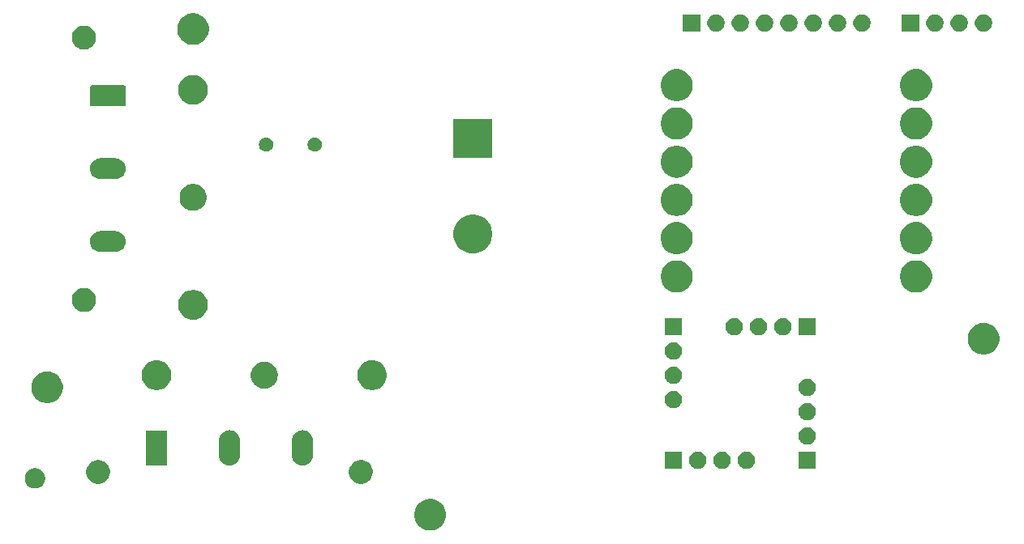
<source format=gbr>
G04 #@! TF.GenerationSoftware,KiCad,Pcbnew,5.1.5*
G04 #@! TF.CreationDate,2020-04-03T19:56:18-07:00*
G04 #@! TF.ProjectId,EEP_2,4545505f-322e-46b6-9963-61645f706362,rev?*
G04 #@! TF.SameCoordinates,Original*
G04 #@! TF.FileFunction,Soldermask,Bot*
G04 #@! TF.FilePolarity,Negative*
%FSLAX46Y46*%
G04 Gerber Fmt 4.6, Leading zero omitted, Abs format (unit mm)*
G04 Created by KiCad (PCBNEW 5.1.5) date 2020-04-03 19:56:18*
%MOMM*%
%LPD*%
G04 APERTURE LIST*
%ADD10C,0.100000*%
G04 APERTURE END LIST*
D10*
G36*
X61970256Y-100626298D02*
G01*
X62076579Y-100647447D01*
X62377042Y-100771903D01*
X62647451Y-100952585D01*
X62877415Y-101182549D01*
X63058097Y-101452958D01*
X63182553Y-101753421D01*
X63246000Y-102072391D01*
X63246000Y-102397609D01*
X63182553Y-102716579D01*
X63058097Y-103017042D01*
X62877415Y-103287451D01*
X62647451Y-103517415D01*
X62377042Y-103698097D01*
X62076579Y-103822553D01*
X61970256Y-103843702D01*
X61757611Y-103886000D01*
X61432389Y-103886000D01*
X61219744Y-103843702D01*
X61113421Y-103822553D01*
X60812958Y-103698097D01*
X60542549Y-103517415D01*
X60312585Y-103287451D01*
X60131903Y-103017042D01*
X60007447Y-102716579D01*
X59944000Y-102397609D01*
X59944000Y-102072391D01*
X60007447Y-101753421D01*
X60131903Y-101452958D01*
X60312585Y-101182549D01*
X60542549Y-100952585D01*
X60812958Y-100771903D01*
X61113421Y-100647447D01*
X61219744Y-100626298D01*
X61432389Y-100584000D01*
X61757611Y-100584000D01*
X61970256Y-100626298D01*
G37*
G36*
X20626564Y-97414389D02*
G01*
X20817833Y-97493615D01*
X20817835Y-97493616D01*
X20989973Y-97608635D01*
X21136365Y-97755027D01*
X21251385Y-97927167D01*
X21330611Y-98118436D01*
X21371000Y-98321484D01*
X21371000Y-98528516D01*
X21330611Y-98731564D01*
X21251385Y-98922833D01*
X21251384Y-98922835D01*
X21136365Y-99094973D01*
X20989973Y-99241365D01*
X20817835Y-99356384D01*
X20817834Y-99356385D01*
X20817833Y-99356385D01*
X20626564Y-99435611D01*
X20423516Y-99476000D01*
X20216484Y-99476000D01*
X20013436Y-99435611D01*
X19822167Y-99356385D01*
X19822166Y-99356385D01*
X19822165Y-99356384D01*
X19650027Y-99241365D01*
X19503635Y-99094973D01*
X19388616Y-98922835D01*
X19388615Y-98922833D01*
X19309389Y-98731564D01*
X19269000Y-98528516D01*
X19269000Y-98321484D01*
X19309389Y-98118436D01*
X19388615Y-97927167D01*
X19503635Y-97755027D01*
X19650027Y-97608635D01*
X19822165Y-97493616D01*
X19822167Y-97493615D01*
X20013436Y-97414389D01*
X20216484Y-97374000D01*
X20423516Y-97374000D01*
X20626564Y-97414389D01*
G37*
G36*
X27284903Y-96547075D02*
G01*
X27448025Y-96614642D01*
X27512571Y-96641378D01*
X27717466Y-96778285D01*
X27891715Y-96952534D01*
X28028622Y-97157429D01*
X28028623Y-97157431D01*
X28122925Y-97385097D01*
X28167390Y-97608635D01*
X28171000Y-97626787D01*
X28171000Y-97873213D01*
X28122925Y-98114903D01*
X28028622Y-98342571D01*
X27891715Y-98547466D01*
X27717466Y-98721715D01*
X27512571Y-98858622D01*
X27512570Y-98858623D01*
X27512569Y-98858623D01*
X27284903Y-98952925D01*
X27043214Y-99001000D01*
X26796786Y-99001000D01*
X26555097Y-98952925D01*
X26327431Y-98858623D01*
X26327430Y-98858623D01*
X26327429Y-98858622D01*
X26122534Y-98721715D01*
X25948285Y-98547466D01*
X25811378Y-98342571D01*
X25717075Y-98114903D01*
X25669000Y-97873213D01*
X25669000Y-97626787D01*
X25672611Y-97608635D01*
X25717075Y-97385097D01*
X25811377Y-97157431D01*
X25811378Y-97157429D01*
X25948285Y-96952534D01*
X26122534Y-96778285D01*
X26327429Y-96641378D01*
X26391976Y-96614642D01*
X26555097Y-96547075D01*
X26796786Y-96499000D01*
X27043214Y-96499000D01*
X27284903Y-96547075D01*
G37*
G36*
X54724903Y-96547075D02*
G01*
X54888025Y-96614642D01*
X54952571Y-96641378D01*
X55157466Y-96778285D01*
X55331715Y-96952534D01*
X55468622Y-97157429D01*
X55468623Y-97157431D01*
X55562925Y-97385097D01*
X55607390Y-97608635D01*
X55611000Y-97626787D01*
X55611000Y-97873213D01*
X55562925Y-98114903D01*
X55468622Y-98342571D01*
X55331715Y-98547466D01*
X55157466Y-98721715D01*
X54952571Y-98858622D01*
X54952570Y-98858623D01*
X54952569Y-98858623D01*
X54724903Y-98952925D01*
X54483214Y-99001000D01*
X54236786Y-99001000D01*
X53995097Y-98952925D01*
X53767431Y-98858623D01*
X53767430Y-98858623D01*
X53767429Y-98858622D01*
X53562534Y-98721715D01*
X53388285Y-98547466D01*
X53251378Y-98342571D01*
X53157075Y-98114903D01*
X53109000Y-97873213D01*
X53109000Y-97626787D01*
X53112611Y-97608635D01*
X53157075Y-97385097D01*
X53251377Y-97157431D01*
X53251378Y-97157429D01*
X53388285Y-96952534D01*
X53562534Y-96778285D01*
X53767429Y-96641378D01*
X53831976Y-96614642D01*
X53995097Y-96547075D01*
X54236786Y-96499000D01*
X54483214Y-96499000D01*
X54724903Y-96547075D01*
G37*
G36*
X89648512Y-95623927D02*
G01*
X89797812Y-95653624D01*
X89961784Y-95721544D01*
X90109354Y-95820147D01*
X90234853Y-95945646D01*
X90333456Y-96093216D01*
X90401376Y-96257188D01*
X90431073Y-96406488D01*
X90436000Y-96431258D01*
X90436000Y-96608742D01*
X90434826Y-96614642D01*
X90401376Y-96782812D01*
X90333456Y-96946784D01*
X90234853Y-97094354D01*
X90109354Y-97219853D01*
X89961784Y-97318456D01*
X89797812Y-97386376D01*
X89648512Y-97416073D01*
X89623742Y-97421000D01*
X89446258Y-97421000D01*
X89421488Y-97416073D01*
X89272188Y-97386376D01*
X89108216Y-97318456D01*
X88960646Y-97219853D01*
X88835147Y-97094354D01*
X88736544Y-96946784D01*
X88668624Y-96782812D01*
X88635174Y-96614642D01*
X88634000Y-96608742D01*
X88634000Y-96431258D01*
X88638927Y-96406488D01*
X88668624Y-96257188D01*
X88736544Y-96093216D01*
X88835147Y-95945646D01*
X88960646Y-95820147D01*
X89108216Y-95721544D01*
X89272188Y-95653624D01*
X89421488Y-95623927D01*
X89446258Y-95619000D01*
X89623742Y-95619000D01*
X89648512Y-95623927D01*
G37*
G36*
X92188512Y-95623927D02*
G01*
X92337812Y-95653624D01*
X92501784Y-95721544D01*
X92649354Y-95820147D01*
X92774853Y-95945646D01*
X92873456Y-96093216D01*
X92941376Y-96257188D01*
X92971073Y-96406488D01*
X92976000Y-96431258D01*
X92976000Y-96608742D01*
X92974826Y-96614642D01*
X92941376Y-96782812D01*
X92873456Y-96946784D01*
X92774853Y-97094354D01*
X92649354Y-97219853D01*
X92501784Y-97318456D01*
X92337812Y-97386376D01*
X92188512Y-97416073D01*
X92163742Y-97421000D01*
X91986258Y-97421000D01*
X91961488Y-97416073D01*
X91812188Y-97386376D01*
X91648216Y-97318456D01*
X91500646Y-97219853D01*
X91375147Y-97094354D01*
X91276544Y-96946784D01*
X91208624Y-96782812D01*
X91175174Y-96614642D01*
X91174000Y-96608742D01*
X91174000Y-96431258D01*
X91178927Y-96406488D01*
X91208624Y-96257188D01*
X91276544Y-96093216D01*
X91375147Y-95945646D01*
X91500646Y-95820147D01*
X91648216Y-95721544D01*
X91812188Y-95653624D01*
X91961488Y-95623927D01*
X91986258Y-95619000D01*
X92163742Y-95619000D01*
X92188512Y-95623927D01*
G37*
G36*
X94728512Y-95623927D02*
G01*
X94877812Y-95653624D01*
X95041784Y-95721544D01*
X95189354Y-95820147D01*
X95314853Y-95945646D01*
X95413456Y-96093216D01*
X95481376Y-96257188D01*
X95511073Y-96406488D01*
X95516000Y-96431258D01*
X95516000Y-96608742D01*
X95514826Y-96614642D01*
X95481376Y-96782812D01*
X95413456Y-96946784D01*
X95314853Y-97094354D01*
X95189354Y-97219853D01*
X95041784Y-97318456D01*
X94877812Y-97386376D01*
X94728512Y-97416073D01*
X94703742Y-97421000D01*
X94526258Y-97421000D01*
X94501488Y-97416073D01*
X94352188Y-97386376D01*
X94188216Y-97318456D01*
X94040646Y-97219853D01*
X93915147Y-97094354D01*
X93816544Y-96946784D01*
X93748624Y-96782812D01*
X93715174Y-96614642D01*
X93714000Y-96608742D01*
X93714000Y-96431258D01*
X93718927Y-96406488D01*
X93748624Y-96257188D01*
X93816544Y-96093216D01*
X93915147Y-95945646D01*
X94040646Y-95820147D01*
X94188216Y-95721544D01*
X94352188Y-95653624D01*
X94501488Y-95623927D01*
X94526258Y-95619000D01*
X94703742Y-95619000D01*
X94728512Y-95623927D01*
G37*
G36*
X101866000Y-97421000D02*
G01*
X100064000Y-97421000D01*
X100064000Y-95619000D01*
X101866000Y-95619000D01*
X101866000Y-97421000D01*
G37*
G36*
X87896000Y-97421000D02*
G01*
X86094000Y-97421000D01*
X86094000Y-95619000D01*
X87896000Y-95619000D01*
X87896000Y-97421000D01*
G37*
G36*
X48475831Y-93414930D02*
G01*
X48683375Y-93477888D01*
X48838538Y-93560825D01*
X48874642Y-93580123D01*
X48911048Y-93610001D01*
X49042292Y-93717708D01*
X49179878Y-93885359D01*
X49282112Y-94076624D01*
X49345070Y-94284168D01*
X49361000Y-94445911D01*
X49361000Y-96054089D01*
X49345070Y-96215832D01*
X49282112Y-96423376D01*
X49179878Y-96614641D01*
X49042292Y-96782292D01*
X48874641Y-96919878D01*
X48683376Y-97022112D01*
X48475832Y-97085070D01*
X48260000Y-97106327D01*
X48044169Y-97085070D01*
X47836625Y-97022112D01*
X47645360Y-96919878D01*
X47477709Y-96782292D01*
X47340123Y-96614641D01*
X47237887Y-96423373D01*
X47174930Y-96215835D01*
X47159000Y-96054089D01*
X47159000Y-94445912D01*
X47174930Y-94284169D01*
X47237888Y-94076625D01*
X47340122Y-93885360D01*
X47340123Y-93885358D01*
X47375963Y-93841687D01*
X47477708Y-93717708D01*
X47645359Y-93580122D01*
X47836624Y-93477888D01*
X48044168Y-93414930D01*
X48260000Y-93393673D01*
X48475831Y-93414930D01*
G37*
G36*
X40855831Y-93414930D02*
G01*
X41063375Y-93477888D01*
X41218538Y-93560825D01*
X41254642Y-93580123D01*
X41291048Y-93610001D01*
X41422292Y-93717708D01*
X41559878Y-93885359D01*
X41662112Y-94076624D01*
X41725070Y-94284168D01*
X41741000Y-94445911D01*
X41741000Y-96054089D01*
X41725070Y-96215832D01*
X41662112Y-96423376D01*
X41559878Y-96614641D01*
X41422292Y-96782292D01*
X41254641Y-96919878D01*
X41063376Y-97022112D01*
X40855832Y-97085070D01*
X40640000Y-97106327D01*
X40424169Y-97085070D01*
X40216625Y-97022112D01*
X40025360Y-96919878D01*
X39857709Y-96782292D01*
X39720123Y-96614641D01*
X39617887Y-96423373D01*
X39554930Y-96215835D01*
X39539000Y-96054089D01*
X39539000Y-94445912D01*
X39554930Y-94284169D01*
X39617888Y-94076625D01*
X39720122Y-93885360D01*
X39720123Y-93885358D01*
X39755963Y-93841687D01*
X39857708Y-93717708D01*
X40025359Y-93580122D01*
X40216624Y-93477888D01*
X40424168Y-93414930D01*
X40640000Y-93393673D01*
X40855831Y-93414930D01*
G37*
G36*
X33986536Y-93402800D02*
G01*
X34017738Y-93412265D01*
X34046486Y-93427631D01*
X34071687Y-93448313D01*
X34092369Y-93473514D01*
X34107735Y-93502262D01*
X34117200Y-93533464D01*
X34121000Y-93572046D01*
X34121000Y-96927954D01*
X34117200Y-96966536D01*
X34107735Y-96997738D01*
X34092369Y-97026486D01*
X34071687Y-97051687D01*
X34046486Y-97072369D01*
X34017738Y-97087735D01*
X33986536Y-97097200D01*
X33947954Y-97101000D01*
X32092046Y-97101000D01*
X32053464Y-97097200D01*
X32022262Y-97087735D01*
X31993514Y-97072369D01*
X31968313Y-97051687D01*
X31947631Y-97026486D01*
X31932265Y-96997738D01*
X31922800Y-96966536D01*
X31919000Y-96927954D01*
X31919000Y-93572046D01*
X31922800Y-93533464D01*
X31932265Y-93502262D01*
X31947631Y-93473514D01*
X31968313Y-93448313D01*
X31993514Y-93427631D01*
X32022262Y-93412265D01*
X32053464Y-93402800D01*
X32092046Y-93399000D01*
X33947954Y-93399000D01*
X33986536Y-93402800D01*
G37*
G36*
X101078512Y-93083927D02*
G01*
X101227812Y-93113624D01*
X101391784Y-93181544D01*
X101539354Y-93280147D01*
X101664853Y-93405646D01*
X101763456Y-93553216D01*
X101831376Y-93717188D01*
X101861073Y-93866488D01*
X101866000Y-93891258D01*
X101866000Y-94068742D01*
X101864431Y-94076628D01*
X101831376Y-94242812D01*
X101763456Y-94406784D01*
X101664853Y-94554354D01*
X101539354Y-94679853D01*
X101391784Y-94778456D01*
X101227812Y-94846376D01*
X101078512Y-94876073D01*
X101053742Y-94881000D01*
X100876258Y-94881000D01*
X100851488Y-94876073D01*
X100702188Y-94846376D01*
X100538216Y-94778456D01*
X100390646Y-94679853D01*
X100265147Y-94554354D01*
X100166544Y-94406784D01*
X100098624Y-94242812D01*
X100065569Y-94076628D01*
X100064000Y-94068742D01*
X100064000Y-93891258D01*
X100068927Y-93866488D01*
X100098624Y-93717188D01*
X100166544Y-93553216D01*
X100265147Y-93405646D01*
X100390646Y-93280147D01*
X100538216Y-93181544D01*
X100702188Y-93113624D01*
X100851488Y-93083927D01*
X100876258Y-93079000D01*
X101053742Y-93079000D01*
X101078512Y-93083927D01*
G37*
G36*
X101078512Y-90543927D02*
G01*
X101227812Y-90573624D01*
X101391784Y-90641544D01*
X101539354Y-90740147D01*
X101664853Y-90865646D01*
X101763456Y-91013216D01*
X101831376Y-91177188D01*
X101866000Y-91351259D01*
X101866000Y-91528741D01*
X101831376Y-91702812D01*
X101763456Y-91866784D01*
X101664853Y-92014354D01*
X101539354Y-92139853D01*
X101391784Y-92238456D01*
X101227812Y-92306376D01*
X101078512Y-92336073D01*
X101053742Y-92341000D01*
X100876258Y-92341000D01*
X100851488Y-92336073D01*
X100702188Y-92306376D01*
X100538216Y-92238456D01*
X100390646Y-92139853D01*
X100265147Y-92014354D01*
X100166544Y-91866784D01*
X100098624Y-91702812D01*
X100064000Y-91528741D01*
X100064000Y-91351259D01*
X100098624Y-91177188D01*
X100166544Y-91013216D01*
X100265147Y-90865646D01*
X100390646Y-90740147D01*
X100538216Y-90641544D01*
X100702188Y-90573624D01*
X100851488Y-90543927D01*
X100876258Y-90539000D01*
X101053742Y-90539000D01*
X101078512Y-90543927D01*
G37*
G36*
X87108512Y-89273927D02*
G01*
X87257812Y-89303624D01*
X87421784Y-89371544D01*
X87569354Y-89470147D01*
X87694853Y-89595646D01*
X87793456Y-89743216D01*
X87861376Y-89907188D01*
X87896000Y-90081259D01*
X87896000Y-90258741D01*
X87861376Y-90432812D01*
X87793456Y-90596784D01*
X87694853Y-90744354D01*
X87569354Y-90869853D01*
X87421784Y-90968456D01*
X87257812Y-91036376D01*
X87108512Y-91066073D01*
X87083742Y-91071000D01*
X86906258Y-91071000D01*
X86881488Y-91066073D01*
X86732188Y-91036376D01*
X86568216Y-90968456D01*
X86420646Y-90869853D01*
X86295147Y-90744354D01*
X86196544Y-90596784D01*
X86128624Y-90432812D01*
X86094000Y-90258741D01*
X86094000Y-90081259D01*
X86128624Y-89907188D01*
X86196544Y-89743216D01*
X86295147Y-89595646D01*
X86420646Y-89470147D01*
X86568216Y-89371544D01*
X86732188Y-89303624D01*
X86881488Y-89273927D01*
X86906258Y-89269000D01*
X87083742Y-89269000D01*
X87108512Y-89273927D01*
G37*
G36*
X21965256Y-87291298D02*
G01*
X22071579Y-87312447D01*
X22372042Y-87436903D01*
X22642451Y-87617585D01*
X22872415Y-87847549D01*
X23053097Y-88117958D01*
X23139125Y-88325647D01*
X23177553Y-88418422D01*
X23241000Y-88737389D01*
X23241000Y-89062611D01*
X23217451Y-89181000D01*
X23177553Y-89381579D01*
X23053097Y-89682042D01*
X22872415Y-89952451D01*
X22642451Y-90182415D01*
X22372042Y-90363097D01*
X22071579Y-90487553D01*
X21965256Y-90508702D01*
X21752611Y-90551000D01*
X21427389Y-90551000D01*
X21214744Y-90508702D01*
X21108421Y-90487553D01*
X20807958Y-90363097D01*
X20537549Y-90182415D01*
X20307585Y-89952451D01*
X20126903Y-89682042D01*
X20002447Y-89381579D01*
X19962549Y-89181000D01*
X19939000Y-89062611D01*
X19939000Y-88737389D01*
X20002447Y-88418422D01*
X20040876Y-88325647D01*
X20126903Y-88117958D01*
X20307585Y-87847549D01*
X20537549Y-87617585D01*
X20807958Y-87436903D01*
X21108421Y-87312447D01*
X21214744Y-87291298D01*
X21427389Y-87249000D01*
X21752611Y-87249000D01*
X21965256Y-87291298D01*
G37*
G36*
X101078512Y-88003927D02*
G01*
X101227812Y-88033624D01*
X101391784Y-88101544D01*
X101539354Y-88200147D01*
X101664853Y-88325646D01*
X101763456Y-88473216D01*
X101831376Y-88637188D01*
X101866000Y-88811259D01*
X101866000Y-88988741D01*
X101831376Y-89162812D01*
X101763456Y-89326784D01*
X101664853Y-89474354D01*
X101539354Y-89599853D01*
X101391784Y-89698456D01*
X101227812Y-89766376D01*
X101078512Y-89796073D01*
X101053742Y-89801000D01*
X100876258Y-89801000D01*
X100851488Y-89796073D01*
X100702188Y-89766376D01*
X100538216Y-89698456D01*
X100390646Y-89599853D01*
X100265147Y-89474354D01*
X100166544Y-89326784D01*
X100098624Y-89162812D01*
X100064000Y-88988741D01*
X100064000Y-88811259D01*
X100098624Y-88637188D01*
X100166544Y-88473216D01*
X100265147Y-88325646D01*
X100390646Y-88200147D01*
X100538216Y-88101544D01*
X100702188Y-88033624D01*
X100851488Y-88003927D01*
X100876258Y-87999000D01*
X101053742Y-87999000D01*
X101078512Y-88003927D01*
G37*
G36*
X33322585Y-86108802D02*
G01*
X33472410Y-86138604D01*
X33754674Y-86255521D01*
X34008705Y-86425259D01*
X34224741Y-86641295D01*
X34394479Y-86895326D01*
X34511396Y-87177590D01*
X34511396Y-87177591D01*
X34562977Y-87436903D01*
X34571000Y-87477240D01*
X34571000Y-87782760D01*
X34511396Y-88082410D01*
X34394479Y-88364674D01*
X34224741Y-88618705D01*
X34008705Y-88834741D01*
X33754674Y-89004479D01*
X33472410Y-89121396D01*
X33322585Y-89151198D01*
X33172761Y-89181000D01*
X32867239Y-89181000D01*
X32717415Y-89151198D01*
X32567590Y-89121396D01*
X32285326Y-89004479D01*
X32031295Y-88834741D01*
X31815259Y-88618705D01*
X31645521Y-88364674D01*
X31528604Y-88082410D01*
X31469000Y-87782760D01*
X31469000Y-87477240D01*
X31477024Y-87436903D01*
X31528604Y-87177591D01*
X31528604Y-87177590D01*
X31645521Y-86895326D01*
X31815259Y-86641295D01*
X32031295Y-86425259D01*
X32285326Y-86255521D01*
X32567590Y-86138604D01*
X32717415Y-86108802D01*
X32867239Y-86079000D01*
X33172761Y-86079000D01*
X33322585Y-86108802D01*
G37*
G36*
X55822585Y-86108802D02*
G01*
X55972410Y-86138604D01*
X56254674Y-86255521D01*
X56508705Y-86425259D01*
X56724741Y-86641295D01*
X56894479Y-86895326D01*
X57011396Y-87177590D01*
X57011396Y-87177591D01*
X57062977Y-87436903D01*
X57071000Y-87477240D01*
X57071000Y-87782760D01*
X57011396Y-88082410D01*
X56894479Y-88364674D01*
X56724741Y-88618705D01*
X56508705Y-88834741D01*
X56254674Y-89004479D01*
X55972410Y-89121396D01*
X55822585Y-89151198D01*
X55672761Y-89181000D01*
X55367239Y-89181000D01*
X55217415Y-89151198D01*
X55067590Y-89121396D01*
X54785326Y-89004479D01*
X54531295Y-88834741D01*
X54315259Y-88618705D01*
X54145521Y-88364674D01*
X54028604Y-88082410D01*
X53969000Y-87782760D01*
X53969000Y-87477240D01*
X53977024Y-87436903D01*
X54028604Y-87177591D01*
X54028604Y-87177590D01*
X54145521Y-86895326D01*
X54315259Y-86641295D01*
X54531295Y-86425259D01*
X54785326Y-86255521D01*
X55067590Y-86138604D01*
X55217415Y-86108802D01*
X55367239Y-86079000D01*
X55672761Y-86079000D01*
X55822585Y-86108802D01*
G37*
G36*
X44588433Y-86264893D02*
G01*
X44678657Y-86282839D01*
X44784267Y-86326585D01*
X44933621Y-86388449D01*
X45009763Y-86439325D01*
X45163086Y-86541772D01*
X45358228Y-86736914D01*
X45421457Y-86831544D01*
X45511551Y-86966379D01*
X45548527Y-87055647D01*
X45599038Y-87177590D01*
X45617161Y-87221344D01*
X45671000Y-87492012D01*
X45671000Y-87767988D01*
X45668061Y-87782761D01*
X45617161Y-88038657D01*
X45591112Y-88101544D01*
X45511551Y-88293621D01*
X45464076Y-88364672D01*
X45358228Y-88523086D01*
X45163086Y-88718228D01*
X45134409Y-88737389D01*
X44933621Y-88871551D01*
X44784267Y-88933415D01*
X44678657Y-88977161D01*
X44588433Y-88995107D01*
X44407988Y-89031000D01*
X44132012Y-89031000D01*
X43951567Y-88995107D01*
X43861343Y-88977161D01*
X43755733Y-88933415D01*
X43606379Y-88871551D01*
X43405591Y-88737389D01*
X43376914Y-88718228D01*
X43181772Y-88523086D01*
X43075924Y-88364672D01*
X43028449Y-88293621D01*
X42948888Y-88101544D01*
X42922839Y-88038657D01*
X42871939Y-87782761D01*
X42869000Y-87767988D01*
X42869000Y-87492012D01*
X42922839Y-87221344D01*
X42940963Y-87177590D01*
X42991473Y-87055647D01*
X43028449Y-86966379D01*
X43118543Y-86831544D01*
X43181772Y-86736914D01*
X43376914Y-86541772D01*
X43530237Y-86439325D01*
X43606379Y-86388449D01*
X43755733Y-86326585D01*
X43861343Y-86282839D01*
X43951567Y-86264893D01*
X44132012Y-86229000D01*
X44407988Y-86229000D01*
X44588433Y-86264893D01*
G37*
G36*
X87108512Y-86733927D02*
G01*
X87257812Y-86763624D01*
X87421784Y-86831544D01*
X87569354Y-86930147D01*
X87694853Y-87055646D01*
X87793456Y-87203216D01*
X87861376Y-87367188D01*
X87896000Y-87541259D01*
X87896000Y-87718741D01*
X87861376Y-87892812D01*
X87793456Y-88056784D01*
X87694853Y-88204354D01*
X87569354Y-88329853D01*
X87421784Y-88428456D01*
X87257812Y-88496376D01*
X87123533Y-88523085D01*
X87083742Y-88531000D01*
X86906258Y-88531000D01*
X86866467Y-88523085D01*
X86732188Y-88496376D01*
X86568216Y-88428456D01*
X86420646Y-88329853D01*
X86295147Y-88204354D01*
X86196544Y-88056784D01*
X86128624Y-87892812D01*
X86094000Y-87718741D01*
X86094000Y-87541259D01*
X86128624Y-87367188D01*
X86196544Y-87203216D01*
X86295147Y-87055646D01*
X86420646Y-86930147D01*
X86568216Y-86831544D01*
X86732188Y-86763624D01*
X86881488Y-86733927D01*
X86906258Y-86729000D01*
X87083742Y-86729000D01*
X87108512Y-86733927D01*
G37*
G36*
X87108512Y-84193927D02*
G01*
X87257812Y-84223624D01*
X87421784Y-84291544D01*
X87569354Y-84390147D01*
X87694853Y-84515646D01*
X87793456Y-84663216D01*
X87861376Y-84827188D01*
X87896000Y-85001259D01*
X87896000Y-85178741D01*
X87861376Y-85352812D01*
X87793456Y-85516784D01*
X87694853Y-85664354D01*
X87569354Y-85789853D01*
X87421784Y-85888456D01*
X87257812Y-85956376D01*
X87108512Y-85986073D01*
X87083742Y-85991000D01*
X86906258Y-85991000D01*
X86881488Y-85986073D01*
X86732188Y-85956376D01*
X86568216Y-85888456D01*
X86420646Y-85789853D01*
X86295147Y-85664354D01*
X86196544Y-85516784D01*
X86128624Y-85352812D01*
X86094000Y-85178741D01*
X86094000Y-85001259D01*
X86128624Y-84827188D01*
X86196544Y-84663216D01*
X86295147Y-84515646D01*
X86420646Y-84390147D01*
X86568216Y-84291544D01*
X86732188Y-84223624D01*
X86881488Y-84193927D01*
X86906258Y-84189000D01*
X87083742Y-84189000D01*
X87108512Y-84193927D01*
G37*
G36*
X119755256Y-82211298D02*
G01*
X119861579Y-82232447D01*
X120162042Y-82356903D01*
X120432451Y-82537585D01*
X120662415Y-82767549D01*
X120843097Y-83037958D01*
X120967553Y-83338421D01*
X121031000Y-83657391D01*
X121031000Y-83982609D01*
X120967553Y-84301579D01*
X120843097Y-84602042D01*
X120662415Y-84872451D01*
X120432451Y-85102415D01*
X120162042Y-85283097D01*
X119861579Y-85407553D01*
X119755256Y-85428702D01*
X119542611Y-85471000D01*
X119217389Y-85471000D01*
X119004744Y-85428702D01*
X118898421Y-85407553D01*
X118597958Y-85283097D01*
X118327549Y-85102415D01*
X118097585Y-84872451D01*
X117916903Y-84602042D01*
X117792447Y-84301579D01*
X117729000Y-83982609D01*
X117729000Y-83657391D01*
X117792447Y-83338421D01*
X117916903Y-83037958D01*
X118097585Y-82767549D01*
X118327549Y-82537585D01*
X118597958Y-82356903D01*
X118898421Y-82232447D01*
X119004744Y-82211298D01*
X119217389Y-82169000D01*
X119542611Y-82169000D01*
X119755256Y-82211298D01*
G37*
G36*
X93458512Y-81653927D02*
G01*
X93607812Y-81683624D01*
X93771784Y-81751544D01*
X93919354Y-81850147D01*
X94044853Y-81975646D01*
X94143456Y-82123216D01*
X94211376Y-82287188D01*
X94246000Y-82461259D01*
X94246000Y-82638741D01*
X94211376Y-82812812D01*
X94143456Y-82976784D01*
X94044853Y-83124354D01*
X93919354Y-83249853D01*
X93771784Y-83348456D01*
X93607812Y-83416376D01*
X93458512Y-83446073D01*
X93433742Y-83451000D01*
X93256258Y-83451000D01*
X93231488Y-83446073D01*
X93082188Y-83416376D01*
X92918216Y-83348456D01*
X92770646Y-83249853D01*
X92645147Y-83124354D01*
X92546544Y-82976784D01*
X92478624Y-82812812D01*
X92444000Y-82638741D01*
X92444000Y-82461259D01*
X92478624Y-82287188D01*
X92546544Y-82123216D01*
X92645147Y-81975646D01*
X92770646Y-81850147D01*
X92918216Y-81751544D01*
X93082188Y-81683624D01*
X93231488Y-81653927D01*
X93256258Y-81649000D01*
X93433742Y-81649000D01*
X93458512Y-81653927D01*
G37*
G36*
X87896000Y-83451000D02*
G01*
X86094000Y-83451000D01*
X86094000Y-81649000D01*
X87896000Y-81649000D01*
X87896000Y-83451000D01*
G37*
G36*
X101866000Y-83451000D02*
G01*
X100064000Y-83451000D01*
X100064000Y-81649000D01*
X101866000Y-81649000D01*
X101866000Y-83451000D01*
G37*
G36*
X98538512Y-81653927D02*
G01*
X98687812Y-81683624D01*
X98851784Y-81751544D01*
X98999354Y-81850147D01*
X99124853Y-81975646D01*
X99223456Y-82123216D01*
X99291376Y-82287188D01*
X99326000Y-82461259D01*
X99326000Y-82638741D01*
X99291376Y-82812812D01*
X99223456Y-82976784D01*
X99124853Y-83124354D01*
X98999354Y-83249853D01*
X98851784Y-83348456D01*
X98687812Y-83416376D01*
X98538512Y-83446073D01*
X98513742Y-83451000D01*
X98336258Y-83451000D01*
X98311488Y-83446073D01*
X98162188Y-83416376D01*
X97998216Y-83348456D01*
X97850646Y-83249853D01*
X97725147Y-83124354D01*
X97626544Y-82976784D01*
X97558624Y-82812812D01*
X97524000Y-82638741D01*
X97524000Y-82461259D01*
X97558624Y-82287188D01*
X97626544Y-82123216D01*
X97725147Y-81975646D01*
X97850646Y-81850147D01*
X97998216Y-81751544D01*
X98162188Y-81683624D01*
X98311488Y-81653927D01*
X98336258Y-81649000D01*
X98513742Y-81649000D01*
X98538512Y-81653927D01*
G37*
G36*
X95998512Y-81653927D02*
G01*
X96147812Y-81683624D01*
X96311784Y-81751544D01*
X96459354Y-81850147D01*
X96584853Y-81975646D01*
X96683456Y-82123216D01*
X96751376Y-82287188D01*
X96786000Y-82461259D01*
X96786000Y-82638741D01*
X96751376Y-82812812D01*
X96683456Y-82976784D01*
X96584853Y-83124354D01*
X96459354Y-83249853D01*
X96311784Y-83348456D01*
X96147812Y-83416376D01*
X95998512Y-83446073D01*
X95973742Y-83451000D01*
X95796258Y-83451000D01*
X95771488Y-83446073D01*
X95622188Y-83416376D01*
X95458216Y-83348456D01*
X95310646Y-83249853D01*
X95185147Y-83124354D01*
X95086544Y-82976784D01*
X95018624Y-82812812D01*
X94984000Y-82638741D01*
X94984000Y-82461259D01*
X95018624Y-82287188D01*
X95086544Y-82123216D01*
X95185147Y-81975646D01*
X95310646Y-81850147D01*
X95458216Y-81751544D01*
X95622188Y-81683624D01*
X95771488Y-81653927D01*
X95796258Y-81649000D01*
X95973742Y-81649000D01*
X95998512Y-81653927D01*
G37*
G36*
X37132585Y-78763802D02*
G01*
X37282410Y-78793604D01*
X37564674Y-78910521D01*
X37818705Y-79080259D01*
X38034741Y-79296295D01*
X38204479Y-79550326D01*
X38321396Y-79832590D01*
X38381000Y-80132240D01*
X38381000Y-80437760D01*
X38321396Y-80737410D01*
X38204479Y-81019674D01*
X38034741Y-81273705D01*
X37818705Y-81489741D01*
X37564674Y-81659479D01*
X37282410Y-81776396D01*
X37132585Y-81806198D01*
X36982761Y-81836000D01*
X36677239Y-81836000D01*
X36527415Y-81806198D01*
X36377590Y-81776396D01*
X36095326Y-81659479D01*
X35841295Y-81489741D01*
X35625259Y-81273705D01*
X35455521Y-81019674D01*
X35338604Y-80737410D01*
X35279000Y-80437760D01*
X35279000Y-80132240D01*
X35338604Y-79832590D01*
X35455521Y-79550326D01*
X35625259Y-79296295D01*
X35841295Y-79080259D01*
X36095326Y-78910521D01*
X36377590Y-78793604D01*
X36527415Y-78763802D01*
X36677239Y-78734000D01*
X36982761Y-78734000D01*
X37132585Y-78763802D01*
G37*
G36*
X25804903Y-78557075D02*
G01*
X26032571Y-78651378D01*
X26237466Y-78788285D01*
X26411715Y-78962534D01*
X26548622Y-79167429D01*
X26642925Y-79395097D01*
X26691000Y-79636787D01*
X26691000Y-79883213D01*
X26642925Y-80124903D01*
X26548622Y-80352571D01*
X26411715Y-80557466D01*
X26237466Y-80731715D01*
X26032571Y-80868622D01*
X26032570Y-80868623D01*
X26032569Y-80868623D01*
X25804903Y-80962925D01*
X25563214Y-81011000D01*
X25316786Y-81011000D01*
X25075097Y-80962925D01*
X24847431Y-80868623D01*
X24847430Y-80868623D01*
X24847429Y-80868622D01*
X24642534Y-80731715D01*
X24468285Y-80557466D01*
X24331378Y-80352571D01*
X24237075Y-80124903D01*
X24189000Y-79883213D01*
X24189000Y-79636787D01*
X24237075Y-79395097D01*
X24331378Y-79167429D01*
X24468285Y-78962534D01*
X24642534Y-78788285D01*
X24847429Y-78651378D01*
X25075097Y-78557075D01*
X25316786Y-78509000D01*
X25563214Y-78509000D01*
X25804903Y-78557075D01*
G37*
G36*
X112818871Y-75698408D02*
G01*
X113123883Y-75824748D01*
X113398387Y-76008166D01*
X113631834Y-76241613D01*
X113815252Y-76516117D01*
X113941592Y-76821129D01*
X114006000Y-77144928D01*
X114006000Y-77475072D01*
X113941592Y-77798871D01*
X113815252Y-78103883D01*
X113631834Y-78378387D01*
X113398387Y-78611834D01*
X113123883Y-78795252D01*
X112818871Y-78921592D01*
X112656971Y-78953796D01*
X112495073Y-78986000D01*
X112164927Y-78986000D01*
X112003029Y-78953796D01*
X111841129Y-78921592D01*
X111536117Y-78795252D01*
X111261613Y-78611834D01*
X111028166Y-78378387D01*
X110844748Y-78103883D01*
X110718408Y-77798871D01*
X110654000Y-77475072D01*
X110654000Y-77144928D01*
X110718408Y-76821129D01*
X110844748Y-76516117D01*
X111028166Y-76241613D01*
X111261613Y-76008166D01*
X111536117Y-75824748D01*
X111841129Y-75698408D01*
X112164927Y-75634000D01*
X112495073Y-75634000D01*
X112818871Y-75698408D01*
G37*
G36*
X87818871Y-75698408D02*
G01*
X88123883Y-75824748D01*
X88398387Y-76008166D01*
X88631834Y-76241613D01*
X88815252Y-76516117D01*
X88941592Y-76821129D01*
X89006000Y-77144928D01*
X89006000Y-77475072D01*
X88941592Y-77798871D01*
X88815252Y-78103883D01*
X88631834Y-78378387D01*
X88398387Y-78611834D01*
X88123883Y-78795252D01*
X87818871Y-78921592D01*
X87656971Y-78953796D01*
X87495073Y-78986000D01*
X87164927Y-78986000D01*
X87003029Y-78953796D01*
X86841129Y-78921592D01*
X86536117Y-78795252D01*
X86261613Y-78611834D01*
X86028166Y-78378387D01*
X85844748Y-78103883D01*
X85718408Y-77798871D01*
X85654000Y-77475072D01*
X85654000Y-77144928D01*
X85718408Y-76821129D01*
X85844748Y-76516117D01*
X86028166Y-76241613D01*
X86261613Y-76008166D01*
X86536117Y-75824748D01*
X86841129Y-75698408D01*
X87164927Y-75634000D01*
X87495073Y-75634000D01*
X87818871Y-75698408D01*
G37*
G36*
X112818871Y-71698408D02*
G01*
X113123883Y-71824748D01*
X113398387Y-72008166D01*
X113631834Y-72241613D01*
X113815252Y-72516117D01*
X113941592Y-72821129D01*
X113973796Y-72983028D01*
X113990501Y-73067007D01*
X114006000Y-73144928D01*
X114006000Y-73475072D01*
X113941592Y-73798871D01*
X113815252Y-74103883D01*
X113631834Y-74378387D01*
X113398387Y-74611834D01*
X113123883Y-74795252D01*
X112818871Y-74921592D01*
X112656971Y-74953796D01*
X112495073Y-74986000D01*
X112164927Y-74986000D01*
X112003029Y-74953796D01*
X111841129Y-74921592D01*
X111536117Y-74795252D01*
X111261613Y-74611834D01*
X111028166Y-74378387D01*
X110844748Y-74103883D01*
X110718408Y-73798871D01*
X110654000Y-73475072D01*
X110654000Y-73144928D01*
X110669500Y-73067007D01*
X110686204Y-72983028D01*
X110718408Y-72821129D01*
X110844748Y-72516117D01*
X111028166Y-72241613D01*
X111261613Y-72008166D01*
X111536117Y-71824748D01*
X111841129Y-71698408D01*
X112164927Y-71634000D01*
X112495073Y-71634000D01*
X112818871Y-71698408D01*
G37*
G36*
X87818871Y-71698408D02*
G01*
X88123883Y-71824748D01*
X88398387Y-72008166D01*
X88631834Y-72241613D01*
X88815252Y-72516117D01*
X88941592Y-72821129D01*
X88973796Y-72983028D01*
X88990501Y-73067007D01*
X89006000Y-73144928D01*
X89006000Y-73475072D01*
X88941592Y-73798871D01*
X88815252Y-74103883D01*
X88631834Y-74378387D01*
X88398387Y-74611834D01*
X88123883Y-74795252D01*
X87818871Y-74921592D01*
X87656971Y-74953796D01*
X87495073Y-74986000D01*
X87164927Y-74986000D01*
X87003029Y-74953796D01*
X86841129Y-74921592D01*
X86536117Y-74795252D01*
X86261613Y-74611834D01*
X86028166Y-74378387D01*
X85844748Y-74103883D01*
X85718408Y-73798871D01*
X85654000Y-73475072D01*
X85654000Y-73144928D01*
X85669500Y-73067007D01*
X85686204Y-72983028D01*
X85718408Y-72821129D01*
X85844748Y-72516117D01*
X86028166Y-72241613D01*
X86261613Y-72008166D01*
X86536117Y-71824748D01*
X86841129Y-71698408D01*
X87164927Y-71634000D01*
X87495073Y-71634000D01*
X87818871Y-71698408D01*
G37*
G36*
X66638254Y-70892818D02*
G01*
X66863215Y-70986000D01*
X67011513Y-71047427D01*
X67347436Y-71271884D01*
X67633116Y-71557564D01*
X67857574Y-71893489D01*
X68012182Y-72266746D01*
X68091000Y-72662993D01*
X68091000Y-73067007D01*
X68012182Y-73463254D01*
X68007286Y-73475073D01*
X67857573Y-73836513D01*
X67633116Y-74172436D01*
X67347436Y-74458116D01*
X67011513Y-74682573D01*
X67011512Y-74682574D01*
X67011511Y-74682574D01*
X66638254Y-74837182D01*
X66242007Y-74916000D01*
X65837993Y-74916000D01*
X65441746Y-74837182D01*
X65068489Y-74682574D01*
X65068488Y-74682574D01*
X65068487Y-74682573D01*
X64732564Y-74458116D01*
X64446884Y-74172436D01*
X64222427Y-73836513D01*
X64072714Y-73475073D01*
X64067818Y-73463254D01*
X63989000Y-73067007D01*
X63989000Y-72662993D01*
X64067818Y-72266746D01*
X64222426Y-71893489D01*
X64446884Y-71557564D01*
X64732564Y-71271884D01*
X65068487Y-71047427D01*
X65216785Y-70986000D01*
X65441746Y-70892818D01*
X65837993Y-70814000D01*
X66242007Y-70814000D01*
X66638254Y-70892818D01*
G37*
G36*
X28905832Y-72574930D02*
G01*
X29113376Y-72637888D01*
X29304641Y-72740122D01*
X29472292Y-72877708D01*
X29609878Y-73045359D01*
X29712112Y-73236624D01*
X29775070Y-73444168D01*
X29796327Y-73660000D01*
X29775070Y-73875832D01*
X29712112Y-74083376D01*
X29609878Y-74274641D01*
X29472292Y-74442292D01*
X29304641Y-74579878D01*
X29113376Y-74682112D01*
X29113373Y-74682113D01*
X29111853Y-74682574D01*
X28905832Y-74745070D01*
X28744089Y-74761000D01*
X27135911Y-74761000D01*
X26974168Y-74745070D01*
X26768147Y-74682574D01*
X26766627Y-74682113D01*
X26766624Y-74682112D01*
X26575359Y-74579878D01*
X26407708Y-74442292D01*
X26270122Y-74274641D01*
X26167888Y-74083376D01*
X26104930Y-73875832D01*
X26083673Y-73660000D01*
X26104930Y-73444168D01*
X26167888Y-73236624D01*
X26270122Y-73045359D01*
X26407708Y-72877708D01*
X26575359Y-72740122D01*
X26766624Y-72637888D01*
X26974168Y-72574930D01*
X27135911Y-72559000D01*
X28744089Y-72559000D01*
X28905832Y-72574930D01*
G37*
G36*
X112818871Y-67698408D02*
G01*
X113123883Y-67824748D01*
X113398387Y-68008166D01*
X113631834Y-68241613D01*
X113815252Y-68516117D01*
X113941592Y-68821129D01*
X114006000Y-69144928D01*
X114006000Y-69475072D01*
X113941592Y-69798871D01*
X113815252Y-70103883D01*
X113631834Y-70378387D01*
X113398387Y-70611834D01*
X113123883Y-70795252D01*
X112818871Y-70921592D01*
X112656971Y-70953796D01*
X112495073Y-70986000D01*
X112164927Y-70986000D01*
X112003029Y-70953796D01*
X111841129Y-70921592D01*
X111536117Y-70795252D01*
X111261613Y-70611834D01*
X111028166Y-70378387D01*
X110844748Y-70103883D01*
X110718408Y-69798871D01*
X110654000Y-69475072D01*
X110654000Y-69144928D01*
X110718408Y-68821129D01*
X110844748Y-68516117D01*
X111028166Y-68241613D01*
X111261613Y-68008166D01*
X111536117Y-67824748D01*
X111841129Y-67698408D01*
X112164927Y-67634000D01*
X112495073Y-67634000D01*
X112818871Y-67698408D01*
G37*
G36*
X87818871Y-67698408D02*
G01*
X88123883Y-67824748D01*
X88398387Y-68008166D01*
X88631834Y-68241613D01*
X88815252Y-68516117D01*
X88941592Y-68821129D01*
X89006000Y-69144928D01*
X89006000Y-69475072D01*
X88941592Y-69798871D01*
X88815252Y-70103883D01*
X88631834Y-70378387D01*
X88398387Y-70611834D01*
X88123883Y-70795252D01*
X87818871Y-70921592D01*
X87656971Y-70953796D01*
X87495073Y-70986000D01*
X87164927Y-70986000D01*
X87003029Y-70953796D01*
X86841129Y-70921592D01*
X86536117Y-70795252D01*
X86261613Y-70611834D01*
X86028166Y-70378387D01*
X85844748Y-70103883D01*
X85718408Y-69798871D01*
X85654000Y-69475072D01*
X85654000Y-69144928D01*
X85718408Y-68821129D01*
X85844748Y-68516117D01*
X86028166Y-68241613D01*
X86261613Y-68008166D01*
X86536117Y-67824748D01*
X86841129Y-67698408D01*
X87164927Y-67634000D01*
X87495073Y-67634000D01*
X87818871Y-67698408D01*
G37*
G36*
X37148433Y-67669893D02*
G01*
X37238657Y-67687839D01*
X37344267Y-67731585D01*
X37493621Y-67793449D01*
X37493622Y-67793450D01*
X37723086Y-67946772D01*
X37918228Y-68141914D01*
X37984844Y-68241613D01*
X38071551Y-68371379D01*
X38177161Y-68626344D01*
X38231000Y-68897012D01*
X38231000Y-69172988D01*
X38177161Y-69443656D01*
X38071551Y-69698621D01*
X38071550Y-69698622D01*
X37918228Y-69928086D01*
X37723086Y-70123228D01*
X37569763Y-70225675D01*
X37493621Y-70276551D01*
X37344267Y-70338415D01*
X37238657Y-70382161D01*
X37148433Y-70400107D01*
X36967988Y-70436000D01*
X36692012Y-70436000D01*
X36511567Y-70400107D01*
X36421343Y-70382161D01*
X36315733Y-70338415D01*
X36166379Y-70276551D01*
X36090237Y-70225675D01*
X35936914Y-70123228D01*
X35741772Y-69928086D01*
X35588450Y-69698622D01*
X35588449Y-69698621D01*
X35482839Y-69443656D01*
X35429000Y-69172988D01*
X35429000Y-68897012D01*
X35482839Y-68626344D01*
X35588449Y-68371379D01*
X35675156Y-68241613D01*
X35741772Y-68141914D01*
X35936914Y-67946772D01*
X36166378Y-67793450D01*
X36166379Y-67793449D01*
X36315733Y-67731585D01*
X36421343Y-67687839D01*
X36511567Y-67669893D01*
X36692012Y-67634000D01*
X36967988Y-67634000D01*
X37148433Y-67669893D01*
G37*
G36*
X28905832Y-64954930D02*
G01*
X29113376Y-65017888D01*
X29304641Y-65120122D01*
X29472292Y-65257708D01*
X29609878Y-65425359D01*
X29712112Y-65616624D01*
X29775070Y-65824168D01*
X29796327Y-66040000D01*
X29775070Y-66255832D01*
X29712112Y-66463376D01*
X29609878Y-66654641D01*
X29472292Y-66822292D01*
X29304641Y-66959878D01*
X29113376Y-67062112D01*
X28905832Y-67125070D01*
X28744089Y-67141000D01*
X27135911Y-67141000D01*
X26974168Y-67125070D01*
X26766624Y-67062112D01*
X26575359Y-66959878D01*
X26407708Y-66822292D01*
X26270122Y-66654641D01*
X26167888Y-66463376D01*
X26104930Y-66255832D01*
X26083673Y-66040000D01*
X26104930Y-65824168D01*
X26167888Y-65616624D01*
X26270122Y-65425359D01*
X26407708Y-65257708D01*
X26575359Y-65120122D01*
X26766624Y-65017888D01*
X26974168Y-64954930D01*
X27135911Y-64939000D01*
X28744089Y-64939000D01*
X28905832Y-64954930D01*
G37*
G36*
X112818871Y-63698408D02*
G01*
X113123883Y-63824748D01*
X113398387Y-64008166D01*
X113631834Y-64241613D01*
X113815252Y-64516117D01*
X113941592Y-64821129D01*
X114006000Y-65144928D01*
X114006000Y-65475072D01*
X113941592Y-65798871D01*
X113815252Y-66103883D01*
X113631834Y-66378387D01*
X113398387Y-66611834D01*
X113123883Y-66795252D01*
X112818871Y-66921592D01*
X112656971Y-66953796D01*
X112495073Y-66986000D01*
X112164927Y-66986000D01*
X112003029Y-66953796D01*
X111841129Y-66921592D01*
X111536117Y-66795252D01*
X111261613Y-66611834D01*
X111028166Y-66378387D01*
X110844748Y-66103883D01*
X110718408Y-65798871D01*
X110654000Y-65475072D01*
X110654000Y-65144928D01*
X110718408Y-64821129D01*
X110844748Y-64516117D01*
X111028166Y-64241613D01*
X111261613Y-64008166D01*
X111536117Y-63824748D01*
X111841129Y-63698408D01*
X112164927Y-63634000D01*
X112495073Y-63634000D01*
X112818871Y-63698408D01*
G37*
G36*
X87818871Y-63698408D02*
G01*
X88123883Y-63824748D01*
X88398387Y-64008166D01*
X88631834Y-64241613D01*
X88815252Y-64516117D01*
X88941592Y-64821129D01*
X89006000Y-65144928D01*
X89006000Y-65475072D01*
X88941592Y-65798871D01*
X88815252Y-66103883D01*
X88631834Y-66378387D01*
X88398387Y-66611834D01*
X88123883Y-66795252D01*
X87818871Y-66921592D01*
X87656971Y-66953796D01*
X87495073Y-66986000D01*
X87164927Y-66986000D01*
X87003029Y-66953796D01*
X86841129Y-66921592D01*
X86536117Y-66795252D01*
X86261613Y-66611834D01*
X86028166Y-66378387D01*
X85844748Y-66103883D01*
X85718408Y-65798871D01*
X85654000Y-65475072D01*
X85654000Y-65144928D01*
X85718408Y-64821129D01*
X85844748Y-64516117D01*
X86028166Y-64241613D01*
X86261613Y-64008166D01*
X86536117Y-63824748D01*
X86841129Y-63698408D01*
X87164927Y-63634000D01*
X87495073Y-63634000D01*
X87818871Y-63698408D01*
G37*
G36*
X68091000Y-64916000D02*
G01*
X63989000Y-64916000D01*
X63989000Y-60814000D01*
X68091000Y-60814000D01*
X68091000Y-64916000D01*
G37*
G36*
X44669059Y-62777860D02*
G01*
X44805732Y-62834472D01*
X44928735Y-62916660D01*
X45033340Y-63021265D01*
X45115528Y-63144268D01*
X45172140Y-63280941D01*
X45201000Y-63426033D01*
X45201000Y-63573967D01*
X45172140Y-63719059D01*
X45115528Y-63855732D01*
X45033340Y-63978735D01*
X44928735Y-64083340D01*
X44805732Y-64165528D01*
X44805731Y-64165529D01*
X44805730Y-64165529D01*
X44669059Y-64222140D01*
X44523968Y-64251000D01*
X44376032Y-64251000D01*
X44230941Y-64222140D01*
X44094270Y-64165529D01*
X44094269Y-64165529D01*
X44094268Y-64165528D01*
X43971265Y-64083340D01*
X43866660Y-63978735D01*
X43784472Y-63855732D01*
X43727860Y-63719059D01*
X43699000Y-63573967D01*
X43699000Y-63426033D01*
X43727860Y-63280941D01*
X43784472Y-63144268D01*
X43866660Y-63021265D01*
X43971265Y-62916660D01*
X44094268Y-62834472D01*
X44230941Y-62777860D01*
X44376032Y-62749000D01*
X44523968Y-62749000D01*
X44669059Y-62777860D01*
G37*
G36*
X49749059Y-62777860D02*
G01*
X49885732Y-62834472D01*
X50008735Y-62916660D01*
X50113340Y-63021265D01*
X50195528Y-63144268D01*
X50252140Y-63280941D01*
X50281000Y-63426033D01*
X50281000Y-63573967D01*
X50252140Y-63719059D01*
X50195528Y-63855732D01*
X50113340Y-63978735D01*
X50008735Y-64083340D01*
X49885732Y-64165528D01*
X49885731Y-64165529D01*
X49885730Y-64165529D01*
X49749059Y-64222140D01*
X49603968Y-64251000D01*
X49456032Y-64251000D01*
X49310941Y-64222140D01*
X49174270Y-64165529D01*
X49174269Y-64165529D01*
X49174268Y-64165528D01*
X49051265Y-64083340D01*
X48946660Y-63978735D01*
X48864472Y-63855732D01*
X48807860Y-63719059D01*
X48779000Y-63573967D01*
X48779000Y-63426033D01*
X48807860Y-63280941D01*
X48864472Y-63144268D01*
X48946660Y-63021265D01*
X49051265Y-62916660D01*
X49174268Y-62834472D01*
X49310941Y-62777860D01*
X49456032Y-62749000D01*
X49603968Y-62749000D01*
X49749059Y-62777860D01*
G37*
G36*
X87656971Y-59666204D02*
G01*
X87818871Y-59698408D01*
X88123883Y-59824748D01*
X88398387Y-60008166D01*
X88631834Y-60241613D01*
X88815252Y-60516117D01*
X88941592Y-60821129D01*
X89006000Y-61144928D01*
X89006000Y-61475072D01*
X88941592Y-61798871D01*
X88815252Y-62103883D01*
X88631834Y-62378387D01*
X88398387Y-62611834D01*
X88123883Y-62795252D01*
X87818871Y-62921592D01*
X87656971Y-62953796D01*
X87495073Y-62986000D01*
X87164927Y-62986000D01*
X87003029Y-62953796D01*
X86841129Y-62921592D01*
X86536117Y-62795252D01*
X86261613Y-62611834D01*
X86028166Y-62378387D01*
X85844748Y-62103883D01*
X85718408Y-61798871D01*
X85654000Y-61475072D01*
X85654000Y-61144928D01*
X85718408Y-60821129D01*
X85844748Y-60516117D01*
X86028166Y-60241613D01*
X86261613Y-60008166D01*
X86536117Y-59824748D01*
X86841129Y-59698408D01*
X87003029Y-59666204D01*
X87164927Y-59634000D01*
X87495073Y-59634000D01*
X87656971Y-59666204D01*
G37*
G36*
X112656971Y-59666204D02*
G01*
X112818871Y-59698408D01*
X113123883Y-59824748D01*
X113398387Y-60008166D01*
X113631834Y-60241613D01*
X113815252Y-60516117D01*
X113941592Y-60821129D01*
X114006000Y-61144928D01*
X114006000Y-61475072D01*
X113941592Y-61798871D01*
X113815252Y-62103883D01*
X113631834Y-62378387D01*
X113398387Y-62611834D01*
X113123883Y-62795252D01*
X112818871Y-62921592D01*
X112656971Y-62953796D01*
X112495073Y-62986000D01*
X112164927Y-62986000D01*
X112003029Y-62953796D01*
X111841129Y-62921592D01*
X111536117Y-62795252D01*
X111261613Y-62611834D01*
X111028166Y-62378387D01*
X110844748Y-62103883D01*
X110718408Y-61798871D01*
X110654000Y-61475072D01*
X110654000Y-61144928D01*
X110718408Y-60821129D01*
X110844748Y-60516117D01*
X111028166Y-60241613D01*
X111261613Y-60008166D01*
X111536117Y-59824748D01*
X111841129Y-59698408D01*
X112003029Y-59666204D01*
X112164927Y-59634000D01*
X112495073Y-59634000D01*
X112656971Y-59666204D01*
G37*
G36*
X29656536Y-57322800D02*
G01*
X29687738Y-57332265D01*
X29716486Y-57347631D01*
X29741687Y-57368313D01*
X29762369Y-57393514D01*
X29777735Y-57422262D01*
X29787200Y-57453464D01*
X29791000Y-57492046D01*
X29791000Y-59347954D01*
X29787200Y-59386536D01*
X29777735Y-59417738D01*
X29762369Y-59446486D01*
X29741687Y-59471687D01*
X29716486Y-59492369D01*
X29687738Y-59507735D01*
X29656536Y-59517200D01*
X29617954Y-59521000D01*
X26262046Y-59521000D01*
X26223464Y-59517200D01*
X26192262Y-59507735D01*
X26163514Y-59492369D01*
X26138313Y-59471687D01*
X26117631Y-59446486D01*
X26102265Y-59417738D01*
X26092800Y-59386536D01*
X26089000Y-59347954D01*
X26089000Y-57492046D01*
X26092800Y-57453464D01*
X26102265Y-57422262D01*
X26117631Y-57393514D01*
X26138313Y-57368313D01*
X26163514Y-57347631D01*
X26192262Y-57332265D01*
X26223464Y-57322800D01*
X26262046Y-57319000D01*
X29617954Y-57319000D01*
X29656536Y-57322800D01*
G37*
G36*
X37132585Y-56263802D02*
G01*
X37282410Y-56293604D01*
X37564674Y-56410521D01*
X37818705Y-56580259D01*
X38034741Y-56796295D01*
X38204479Y-57050326D01*
X38321396Y-57332590D01*
X38381000Y-57632240D01*
X38381000Y-57937760D01*
X38321396Y-58237410D01*
X38204479Y-58519674D01*
X38034741Y-58773705D01*
X37818705Y-58989741D01*
X37564674Y-59159479D01*
X37282410Y-59276396D01*
X37132585Y-59306198D01*
X36982761Y-59336000D01*
X36677239Y-59336000D01*
X36527415Y-59306198D01*
X36377590Y-59276396D01*
X36095326Y-59159479D01*
X35841295Y-58989741D01*
X35625259Y-58773705D01*
X35455521Y-58519674D01*
X35338604Y-58237410D01*
X35279000Y-57937760D01*
X35279000Y-57632240D01*
X35338604Y-57332590D01*
X35455521Y-57050326D01*
X35625259Y-56796295D01*
X35841295Y-56580259D01*
X36095326Y-56410521D01*
X36377590Y-56293604D01*
X36527415Y-56263802D01*
X36677239Y-56234000D01*
X36982761Y-56234000D01*
X37132585Y-56263802D01*
G37*
G36*
X112818871Y-55698408D02*
G01*
X113123883Y-55824748D01*
X113398387Y-56008166D01*
X113631834Y-56241613D01*
X113815252Y-56516117D01*
X113941592Y-56821129D01*
X114006000Y-57144928D01*
X114006000Y-57475072D01*
X113941592Y-57798871D01*
X113815252Y-58103883D01*
X113631834Y-58378387D01*
X113398387Y-58611834D01*
X113123883Y-58795252D01*
X112818871Y-58921592D01*
X112495073Y-58986000D01*
X112164927Y-58986000D01*
X111841129Y-58921592D01*
X111536117Y-58795252D01*
X111261613Y-58611834D01*
X111028166Y-58378387D01*
X110844748Y-58103883D01*
X110718408Y-57798871D01*
X110654000Y-57475072D01*
X110654000Y-57144928D01*
X110718408Y-56821129D01*
X110844748Y-56516117D01*
X111028166Y-56241613D01*
X111261613Y-56008166D01*
X111536117Y-55824748D01*
X111841129Y-55698408D01*
X112164927Y-55634000D01*
X112495073Y-55634000D01*
X112818871Y-55698408D01*
G37*
G36*
X87818871Y-55698408D02*
G01*
X88123883Y-55824748D01*
X88398387Y-56008166D01*
X88631834Y-56241613D01*
X88815252Y-56516117D01*
X88941592Y-56821129D01*
X89006000Y-57144928D01*
X89006000Y-57475072D01*
X88941592Y-57798871D01*
X88815252Y-58103883D01*
X88631834Y-58378387D01*
X88398387Y-58611834D01*
X88123883Y-58795252D01*
X87818871Y-58921592D01*
X87495073Y-58986000D01*
X87164927Y-58986000D01*
X86841129Y-58921592D01*
X86536117Y-58795252D01*
X86261613Y-58611834D01*
X86028166Y-58378387D01*
X85844748Y-58103883D01*
X85718408Y-57798871D01*
X85654000Y-57475072D01*
X85654000Y-57144928D01*
X85718408Y-56821129D01*
X85844748Y-56516117D01*
X86028166Y-56241613D01*
X86261613Y-56008166D01*
X86536117Y-55824748D01*
X86841129Y-55698408D01*
X87164927Y-55634000D01*
X87495073Y-55634000D01*
X87818871Y-55698408D01*
G37*
G36*
X25804903Y-51117075D02*
G01*
X26032571Y-51211378D01*
X26237466Y-51348285D01*
X26411715Y-51522534D01*
X26548622Y-51727429D01*
X26642925Y-51955097D01*
X26691000Y-52196787D01*
X26691000Y-52443213D01*
X26642925Y-52684903D01*
X26548622Y-52912571D01*
X26411715Y-53117466D01*
X26237466Y-53291715D01*
X26032571Y-53428622D01*
X26032570Y-53428623D01*
X26032569Y-53428623D01*
X25804903Y-53522925D01*
X25563214Y-53571000D01*
X25316786Y-53571000D01*
X25075097Y-53522925D01*
X24847431Y-53428623D01*
X24847430Y-53428623D01*
X24847429Y-53428622D01*
X24642534Y-53291715D01*
X24468285Y-53117466D01*
X24331378Y-52912571D01*
X24237075Y-52684903D01*
X24189000Y-52443213D01*
X24189000Y-52196787D01*
X24237075Y-51955097D01*
X24331378Y-51727429D01*
X24468285Y-51522534D01*
X24642534Y-51348285D01*
X24847429Y-51211378D01*
X25075097Y-51117075D01*
X25316786Y-51069000D01*
X25563214Y-51069000D01*
X25804903Y-51117075D01*
G37*
G36*
X37205256Y-49826298D02*
G01*
X37311579Y-49847447D01*
X37612042Y-49971903D01*
X37882451Y-50152585D01*
X38112415Y-50382549D01*
X38293097Y-50652958D01*
X38390762Y-50888741D01*
X38417553Y-50953422D01*
X38481000Y-51272389D01*
X38481000Y-51597611D01*
X38460434Y-51701000D01*
X38417553Y-51916579D01*
X38293097Y-52217042D01*
X38112415Y-52487451D01*
X37882451Y-52717415D01*
X37612042Y-52898097D01*
X37311579Y-53022553D01*
X37205256Y-53043702D01*
X36992611Y-53086000D01*
X36667389Y-53086000D01*
X36454744Y-53043702D01*
X36348421Y-53022553D01*
X36047958Y-52898097D01*
X35777549Y-52717415D01*
X35547585Y-52487451D01*
X35366903Y-52217042D01*
X35242447Y-51916579D01*
X35199566Y-51701000D01*
X35179000Y-51597611D01*
X35179000Y-51272389D01*
X35242447Y-50953422D01*
X35269239Y-50888741D01*
X35366903Y-50652958D01*
X35547585Y-50382549D01*
X35777549Y-50152585D01*
X36047958Y-49971903D01*
X36348421Y-49847447D01*
X36454744Y-49826298D01*
X36667389Y-49784000D01*
X36992611Y-49784000D01*
X37205256Y-49826298D01*
G37*
G36*
X89801000Y-51701000D02*
G01*
X87999000Y-51701000D01*
X87999000Y-49899000D01*
X89801000Y-49899000D01*
X89801000Y-51701000D01*
G37*
G36*
X106793512Y-49903927D02*
G01*
X106942812Y-49933624D01*
X107106784Y-50001544D01*
X107254354Y-50100147D01*
X107379853Y-50225646D01*
X107478456Y-50373216D01*
X107546376Y-50537188D01*
X107581000Y-50711259D01*
X107581000Y-50888741D01*
X107546376Y-51062812D01*
X107478456Y-51226784D01*
X107379853Y-51374354D01*
X107254354Y-51499853D01*
X107106784Y-51598456D01*
X106942812Y-51666376D01*
X106793512Y-51696073D01*
X106768742Y-51701000D01*
X106591258Y-51701000D01*
X106566488Y-51696073D01*
X106417188Y-51666376D01*
X106253216Y-51598456D01*
X106105646Y-51499853D01*
X105980147Y-51374354D01*
X105881544Y-51226784D01*
X105813624Y-51062812D01*
X105779000Y-50888741D01*
X105779000Y-50711259D01*
X105813624Y-50537188D01*
X105881544Y-50373216D01*
X105980147Y-50225646D01*
X106105646Y-50100147D01*
X106253216Y-50001544D01*
X106417188Y-49933624D01*
X106566488Y-49903927D01*
X106591258Y-49899000D01*
X106768742Y-49899000D01*
X106793512Y-49903927D01*
G37*
G36*
X104253512Y-49903927D02*
G01*
X104402812Y-49933624D01*
X104566784Y-50001544D01*
X104714354Y-50100147D01*
X104839853Y-50225646D01*
X104938456Y-50373216D01*
X105006376Y-50537188D01*
X105041000Y-50711259D01*
X105041000Y-50888741D01*
X105006376Y-51062812D01*
X104938456Y-51226784D01*
X104839853Y-51374354D01*
X104714354Y-51499853D01*
X104566784Y-51598456D01*
X104402812Y-51666376D01*
X104253512Y-51696073D01*
X104228742Y-51701000D01*
X104051258Y-51701000D01*
X104026488Y-51696073D01*
X103877188Y-51666376D01*
X103713216Y-51598456D01*
X103565646Y-51499853D01*
X103440147Y-51374354D01*
X103341544Y-51226784D01*
X103273624Y-51062812D01*
X103239000Y-50888741D01*
X103239000Y-50711259D01*
X103273624Y-50537188D01*
X103341544Y-50373216D01*
X103440147Y-50225646D01*
X103565646Y-50100147D01*
X103713216Y-50001544D01*
X103877188Y-49933624D01*
X104026488Y-49903927D01*
X104051258Y-49899000D01*
X104228742Y-49899000D01*
X104253512Y-49903927D01*
G37*
G36*
X101713512Y-49903927D02*
G01*
X101862812Y-49933624D01*
X102026784Y-50001544D01*
X102174354Y-50100147D01*
X102299853Y-50225646D01*
X102398456Y-50373216D01*
X102466376Y-50537188D01*
X102501000Y-50711259D01*
X102501000Y-50888741D01*
X102466376Y-51062812D01*
X102398456Y-51226784D01*
X102299853Y-51374354D01*
X102174354Y-51499853D01*
X102026784Y-51598456D01*
X101862812Y-51666376D01*
X101713512Y-51696073D01*
X101688742Y-51701000D01*
X101511258Y-51701000D01*
X101486488Y-51696073D01*
X101337188Y-51666376D01*
X101173216Y-51598456D01*
X101025646Y-51499853D01*
X100900147Y-51374354D01*
X100801544Y-51226784D01*
X100733624Y-51062812D01*
X100699000Y-50888741D01*
X100699000Y-50711259D01*
X100733624Y-50537188D01*
X100801544Y-50373216D01*
X100900147Y-50225646D01*
X101025646Y-50100147D01*
X101173216Y-50001544D01*
X101337188Y-49933624D01*
X101486488Y-49903927D01*
X101511258Y-49899000D01*
X101688742Y-49899000D01*
X101713512Y-49903927D01*
G37*
G36*
X99173512Y-49903927D02*
G01*
X99322812Y-49933624D01*
X99486784Y-50001544D01*
X99634354Y-50100147D01*
X99759853Y-50225646D01*
X99858456Y-50373216D01*
X99926376Y-50537188D01*
X99961000Y-50711259D01*
X99961000Y-50888741D01*
X99926376Y-51062812D01*
X99858456Y-51226784D01*
X99759853Y-51374354D01*
X99634354Y-51499853D01*
X99486784Y-51598456D01*
X99322812Y-51666376D01*
X99173512Y-51696073D01*
X99148742Y-51701000D01*
X98971258Y-51701000D01*
X98946488Y-51696073D01*
X98797188Y-51666376D01*
X98633216Y-51598456D01*
X98485646Y-51499853D01*
X98360147Y-51374354D01*
X98261544Y-51226784D01*
X98193624Y-51062812D01*
X98159000Y-50888741D01*
X98159000Y-50711259D01*
X98193624Y-50537188D01*
X98261544Y-50373216D01*
X98360147Y-50225646D01*
X98485646Y-50100147D01*
X98633216Y-50001544D01*
X98797188Y-49933624D01*
X98946488Y-49903927D01*
X98971258Y-49899000D01*
X99148742Y-49899000D01*
X99173512Y-49903927D01*
G37*
G36*
X119493512Y-49903927D02*
G01*
X119642812Y-49933624D01*
X119806784Y-50001544D01*
X119954354Y-50100147D01*
X120079853Y-50225646D01*
X120178456Y-50373216D01*
X120246376Y-50537188D01*
X120281000Y-50711259D01*
X120281000Y-50888741D01*
X120246376Y-51062812D01*
X120178456Y-51226784D01*
X120079853Y-51374354D01*
X119954354Y-51499853D01*
X119806784Y-51598456D01*
X119642812Y-51666376D01*
X119493512Y-51696073D01*
X119468742Y-51701000D01*
X119291258Y-51701000D01*
X119266488Y-51696073D01*
X119117188Y-51666376D01*
X118953216Y-51598456D01*
X118805646Y-51499853D01*
X118680147Y-51374354D01*
X118581544Y-51226784D01*
X118513624Y-51062812D01*
X118479000Y-50888741D01*
X118479000Y-50711259D01*
X118513624Y-50537188D01*
X118581544Y-50373216D01*
X118680147Y-50225646D01*
X118805646Y-50100147D01*
X118953216Y-50001544D01*
X119117188Y-49933624D01*
X119266488Y-49903927D01*
X119291258Y-49899000D01*
X119468742Y-49899000D01*
X119493512Y-49903927D01*
G37*
G36*
X116953512Y-49903927D02*
G01*
X117102812Y-49933624D01*
X117266784Y-50001544D01*
X117414354Y-50100147D01*
X117539853Y-50225646D01*
X117638456Y-50373216D01*
X117706376Y-50537188D01*
X117741000Y-50711259D01*
X117741000Y-50888741D01*
X117706376Y-51062812D01*
X117638456Y-51226784D01*
X117539853Y-51374354D01*
X117414354Y-51499853D01*
X117266784Y-51598456D01*
X117102812Y-51666376D01*
X116953512Y-51696073D01*
X116928742Y-51701000D01*
X116751258Y-51701000D01*
X116726488Y-51696073D01*
X116577188Y-51666376D01*
X116413216Y-51598456D01*
X116265646Y-51499853D01*
X116140147Y-51374354D01*
X116041544Y-51226784D01*
X115973624Y-51062812D01*
X115939000Y-50888741D01*
X115939000Y-50711259D01*
X115973624Y-50537188D01*
X116041544Y-50373216D01*
X116140147Y-50225646D01*
X116265646Y-50100147D01*
X116413216Y-50001544D01*
X116577188Y-49933624D01*
X116726488Y-49903927D01*
X116751258Y-49899000D01*
X116928742Y-49899000D01*
X116953512Y-49903927D01*
G37*
G36*
X114413512Y-49903927D02*
G01*
X114562812Y-49933624D01*
X114726784Y-50001544D01*
X114874354Y-50100147D01*
X114999853Y-50225646D01*
X115098456Y-50373216D01*
X115166376Y-50537188D01*
X115201000Y-50711259D01*
X115201000Y-50888741D01*
X115166376Y-51062812D01*
X115098456Y-51226784D01*
X114999853Y-51374354D01*
X114874354Y-51499853D01*
X114726784Y-51598456D01*
X114562812Y-51666376D01*
X114413512Y-51696073D01*
X114388742Y-51701000D01*
X114211258Y-51701000D01*
X114186488Y-51696073D01*
X114037188Y-51666376D01*
X113873216Y-51598456D01*
X113725646Y-51499853D01*
X113600147Y-51374354D01*
X113501544Y-51226784D01*
X113433624Y-51062812D01*
X113399000Y-50888741D01*
X113399000Y-50711259D01*
X113433624Y-50537188D01*
X113501544Y-50373216D01*
X113600147Y-50225646D01*
X113725646Y-50100147D01*
X113873216Y-50001544D01*
X114037188Y-49933624D01*
X114186488Y-49903927D01*
X114211258Y-49899000D01*
X114388742Y-49899000D01*
X114413512Y-49903927D01*
G37*
G36*
X112661000Y-51701000D02*
G01*
X110859000Y-51701000D01*
X110859000Y-49899000D01*
X112661000Y-49899000D01*
X112661000Y-51701000D01*
G37*
G36*
X96633512Y-49903927D02*
G01*
X96782812Y-49933624D01*
X96946784Y-50001544D01*
X97094354Y-50100147D01*
X97219853Y-50225646D01*
X97318456Y-50373216D01*
X97386376Y-50537188D01*
X97421000Y-50711259D01*
X97421000Y-50888741D01*
X97386376Y-51062812D01*
X97318456Y-51226784D01*
X97219853Y-51374354D01*
X97094354Y-51499853D01*
X96946784Y-51598456D01*
X96782812Y-51666376D01*
X96633512Y-51696073D01*
X96608742Y-51701000D01*
X96431258Y-51701000D01*
X96406488Y-51696073D01*
X96257188Y-51666376D01*
X96093216Y-51598456D01*
X95945646Y-51499853D01*
X95820147Y-51374354D01*
X95721544Y-51226784D01*
X95653624Y-51062812D01*
X95619000Y-50888741D01*
X95619000Y-50711259D01*
X95653624Y-50537188D01*
X95721544Y-50373216D01*
X95820147Y-50225646D01*
X95945646Y-50100147D01*
X96093216Y-50001544D01*
X96257188Y-49933624D01*
X96406488Y-49903927D01*
X96431258Y-49899000D01*
X96608742Y-49899000D01*
X96633512Y-49903927D01*
G37*
G36*
X94093512Y-49903927D02*
G01*
X94242812Y-49933624D01*
X94406784Y-50001544D01*
X94554354Y-50100147D01*
X94679853Y-50225646D01*
X94778456Y-50373216D01*
X94846376Y-50537188D01*
X94881000Y-50711259D01*
X94881000Y-50888741D01*
X94846376Y-51062812D01*
X94778456Y-51226784D01*
X94679853Y-51374354D01*
X94554354Y-51499853D01*
X94406784Y-51598456D01*
X94242812Y-51666376D01*
X94093512Y-51696073D01*
X94068742Y-51701000D01*
X93891258Y-51701000D01*
X93866488Y-51696073D01*
X93717188Y-51666376D01*
X93553216Y-51598456D01*
X93405646Y-51499853D01*
X93280147Y-51374354D01*
X93181544Y-51226784D01*
X93113624Y-51062812D01*
X93079000Y-50888741D01*
X93079000Y-50711259D01*
X93113624Y-50537188D01*
X93181544Y-50373216D01*
X93280147Y-50225646D01*
X93405646Y-50100147D01*
X93553216Y-50001544D01*
X93717188Y-49933624D01*
X93866488Y-49903927D01*
X93891258Y-49899000D01*
X94068742Y-49899000D01*
X94093512Y-49903927D01*
G37*
G36*
X91553512Y-49903927D02*
G01*
X91702812Y-49933624D01*
X91866784Y-50001544D01*
X92014354Y-50100147D01*
X92139853Y-50225646D01*
X92238456Y-50373216D01*
X92306376Y-50537188D01*
X92341000Y-50711259D01*
X92341000Y-50888741D01*
X92306376Y-51062812D01*
X92238456Y-51226784D01*
X92139853Y-51374354D01*
X92014354Y-51499853D01*
X91866784Y-51598456D01*
X91702812Y-51666376D01*
X91553512Y-51696073D01*
X91528742Y-51701000D01*
X91351258Y-51701000D01*
X91326488Y-51696073D01*
X91177188Y-51666376D01*
X91013216Y-51598456D01*
X90865646Y-51499853D01*
X90740147Y-51374354D01*
X90641544Y-51226784D01*
X90573624Y-51062812D01*
X90539000Y-50888741D01*
X90539000Y-50711259D01*
X90573624Y-50537188D01*
X90641544Y-50373216D01*
X90740147Y-50225646D01*
X90865646Y-50100147D01*
X91013216Y-50001544D01*
X91177188Y-49933624D01*
X91326488Y-49903927D01*
X91351258Y-49899000D01*
X91528742Y-49899000D01*
X91553512Y-49903927D01*
G37*
M02*

</source>
